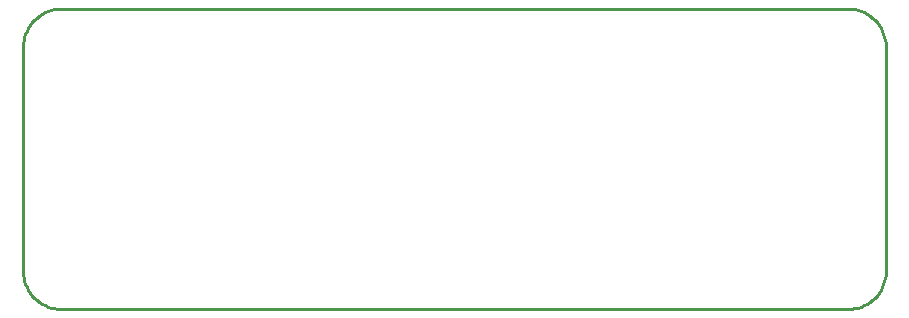
<source format=gbr>
G04 EAGLE Gerber RS-274X export*
G75*
%MOMM*%
%FSLAX34Y34*%
%LPD*%
%IN*%
%IPPOS*%
%AMOC8*
5,1,8,0,0,1.08239X$1,22.5*%
G01*
%ADD10C,0.254000*%


D10*
X0Y31750D02*
X121Y28983D01*
X482Y26237D01*
X1082Y23533D01*
X1915Y20891D01*
X2975Y18332D01*
X4254Y15875D01*
X5742Y13539D01*
X7428Y11342D01*
X9299Y9299D01*
X11342Y7428D01*
X13539Y5742D01*
X15875Y4254D01*
X18332Y2975D01*
X20891Y1915D01*
X23533Y1082D01*
X26237Y482D01*
X28983Y121D01*
X31750Y0D01*
X698500Y0D01*
X701267Y121D01*
X704013Y482D01*
X706718Y1082D01*
X709359Y1915D01*
X711918Y2975D01*
X714375Y4254D01*
X716711Y5742D01*
X718909Y7428D01*
X720951Y9299D01*
X722822Y11342D01*
X724508Y13539D01*
X725996Y15875D01*
X727275Y18332D01*
X728335Y20891D01*
X729168Y23533D01*
X729768Y26237D01*
X730129Y28983D01*
X730250Y31750D01*
X730250Y222250D01*
X730129Y225017D01*
X729768Y227763D01*
X729168Y230468D01*
X728335Y233109D01*
X727275Y235668D01*
X725996Y238125D01*
X724508Y240461D01*
X722822Y242659D01*
X720951Y244701D01*
X718909Y246572D01*
X716711Y248258D01*
X714375Y249746D01*
X711918Y251025D01*
X709359Y252085D01*
X706718Y252918D01*
X704013Y253518D01*
X701267Y253879D01*
X698500Y254000D01*
X31750Y254000D01*
X28983Y253879D01*
X26237Y253518D01*
X23533Y252918D01*
X20891Y252085D01*
X18332Y251025D01*
X15875Y249746D01*
X13539Y248258D01*
X11342Y246572D01*
X9299Y244701D01*
X7428Y242659D01*
X5742Y240461D01*
X4254Y238125D01*
X2975Y235668D01*
X1915Y233109D01*
X1082Y230468D01*
X482Y227763D01*
X121Y225017D01*
X0Y222250D01*
X0Y31750D01*
M02*

</source>
